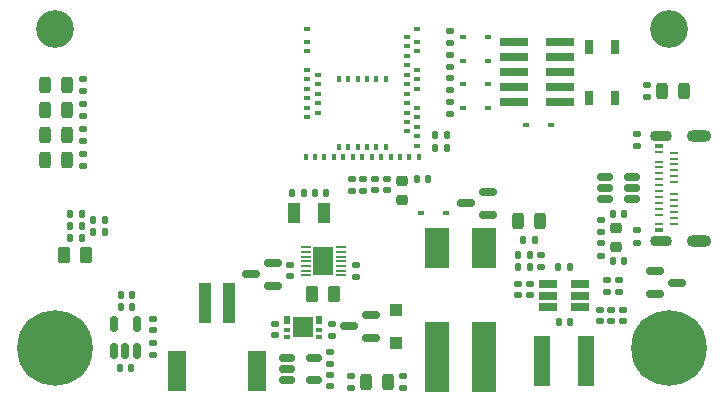
<source format=gbr>
%TF.GenerationSoftware,KiCad,Pcbnew,(6.0.9)*%
%TF.CreationDate,2022-12-01T07:32:15+10:00*%
%TF.ProjectId,NRF52Motherboard,4e524635-324d-46f7-9468-6572626f6172,rev?*%
%TF.SameCoordinates,Original*%
%TF.FileFunction,Soldermask,Top*%
%TF.FilePolarity,Negative*%
%FSLAX46Y46*%
G04 Gerber Fmt 4.6, Leading zero omitted, Abs format (unit mm)*
G04 Created by KiCad (PCBNEW (6.0.9)) date 2022-12-01 07:32:15*
%MOMM*%
%LPD*%
G01*
G04 APERTURE LIST*
G04 Aperture macros list*
%AMRoundRect*
0 Rectangle with rounded corners*
0 $1 Rounding radius*
0 $2 $3 $4 $5 $6 $7 $8 $9 X,Y pos of 4 corners*
0 Add a 4 corners polygon primitive as box body*
4,1,4,$2,$3,$4,$5,$6,$7,$8,$9,$2,$3,0*
0 Add four circle primitives for the rounded corners*
1,1,$1+$1,$2,$3*
1,1,$1+$1,$4,$5*
1,1,$1+$1,$6,$7*
1,1,$1+$1,$8,$9*
0 Add four rect primitives between the rounded corners*
20,1,$1+$1,$2,$3,$4,$5,0*
20,1,$1+$1,$4,$5,$6,$7,0*
20,1,$1+$1,$6,$7,$8,$9,0*
20,1,$1+$1,$8,$9,$2,$3,0*%
G04 Aperture macros list end*
%ADD10C,3.200000*%
%ADD11RoundRect,0.140000X0.170000X-0.140000X0.170000X0.140000X-0.170000X0.140000X-0.170000X-0.140000X0*%
%ADD12RoundRect,0.135000X0.185000X-0.135000X0.185000X0.135000X-0.185000X0.135000X-0.185000X-0.135000X0*%
%ADD13R,0.600000X0.450000*%
%ADD14RoundRect,0.250000X0.262500X0.450000X-0.262500X0.450000X-0.262500X-0.450000X0.262500X-0.450000X0*%
%ADD15RoundRect,0.135000X-0.185000X0.135000X-0.185000X-0.135000X0.185000X-0.135000X0.185000X0.135000X0*%
%ADD16RoundRect,0.140000X0.140000X0.170000X-0.140000X0.170000X-0.140000X-0.170000X0.140000X-0.170000X0*%
%ADD17C,6.400000*%
%ADD18C,0.800000*%
%ADD19RoundRect,0.050000X-0.337500X-0.050000X0.337500X-0.050000X0.337500X0.050000X-0.337500X0.050000X0*%
%ADD20R,1.780000X2.350000*%
%ADD21R,1.100000X1.100000*%
%ADD22RoundRect,0.140000X-0.140000X-0.170000X0.140000X-0.170000X0.140000X0.170000X-0.140000X0.170000X0*%
%ADD23RoundRect,0.243750X-0.243750X-0.456250X0.243750X-0.456250X0.243750X0.456250X-0.243750X0.456250X0*%
%ADD24R,1.560000X0.650000*%
%ADD25RoundRect,0.218750X-0.256250X0.218750X-0.256250X-0.218750X0.256250X-0.218750X0.256250X0.218750X0*%
%ADD26RoundRect,0.150000X0.150000X-0.512500X0.150000X0.512500X-0.150000X0.512500X-0.150000X-0.512500X0*%
%ADD27R,0.650000X1.200000*%
%ADD28RoundRect,0.150000X-0.512500X-0.150000X0.512500X-0.150000X0.512500X0.150000X-0.512500X0.150000X0*%
%ADD29R,0.600000X0.400000*%
%ADD30R,0.400000X0.600000*%
%ADD31RoundRect,0.135000X0.135000X0.185000X-0.135000X0.185000X-0.135000X-0.185000X0.135000X-0.185000X0*%
%ADD32RoundRect,0.150000X0.587500X0.150000X-0.587500X0.150000X-0.587500X-0.150000X0.587500X-0.150000X0*%
%ADD33R,1.400000X4.200000*%
%ADD34R,1.000000X3.500000*%
%ADD35R,1.500000X3.400000*%
%ADD36R,0.500000X0.750000*%
%ADD37R,0.500000X0.400000*%
%ADD38R,1.800000X1.800000*%
%ADD39R,2.000000X6.000000*%
%ADD40R,2.000000X3.500000*%
%ADD41R,0.750000X0.250000*%
%ADD42R,0.750000X0.300000*%
%ADD43O,2.050000X1.025000*%
%ADD44O,1.850000X0.925000*%
%ADD45RoundRect,0.243750X0.243750X0.456250X-0.243750X0.456250X-0.243750X-0.456250X0.243750X-0.456250X0*%
%ADD46R,2.400000X0.740000*%
%ADD47RoundRect,0.135000X-0.135000X-0.185000X0.135000X-0.185000X0.135000X0.185000X-0.135000X0.185000X0*%
%ADD48R,1.000000X1.800000*%
%ADD49RoundRect,0.150000X-0.587500X-0.150000X0.587500X-0.150000X0.587500X0.150000X-0.587500X0.150000X0*%
%ADD50RoundRect,0.140000X-0.170000X0.140000X-0.170000X-0.140000X0.170000X-0.140000X0.170000X0.140000X0*%
G04 APERTURE END LIST*
D10*
%TO.C,H3*%
X126000000Y-96200000D03*
%TD*%
%TO.C,H1*%
X74000000Y-96200000D03*
%TD*%
D11*
%TO.C,C26*%
X97312500Y-126480000D03*
X97312500Y-125520000D03*
%TD*%
D12*
%TO.C,R32*%
X103450000Y-126610000D03*
X103450000Y-125590000D03*
%TD*%
%TO.C,R24*%
X115100000Y-116410000D03*
X115100000Y-115390000D03*
%TD*%
D13*
%TO.C,D5*%
X110650000Y-100900000D03*
X108550000Y-100900000D03*
%TD*%
D14*
%TO.C,R7*%
X76612500Y-115350000D03*
X74787500Y-115350000D03*
%TD*%
D15*
%TO.C,R12*%
X76400000Y-106790000D03*
X76400000Y-107810000D03*
%TD*%
D16*
%TO.C,C15*%
X76250000Y-113900000D03*
X75290000Y-113900000D03*
%TD*%
D17*
%TO.C,H2*%
X74000000Y-123200000D03*
D18*
X74000000Y-125600000D03*
X76400000Y-123200000D03*
X72302944Y-124897056D03*
X71600000Y-123200000D03*
X75697056Y-124897056D03*
X74000000Y-120800000D03*
X72302944Y-121502944D03*
X75697056Y-121502944D03*
%TD*%
D19*
%TO.C,U2*%
X95212500Y-114700000D03*
X95212500Y-115100000D03*
X95212500Y-115500000D03*
X95212500Y-115900000D03*
X95212500Y-116300000D03*
X95212500Y-116700000D03*
X95212500Y-117100000D03*
X98187500Y-117100000D03*
X98187500Y-116700000D03*
X98187500Y-116300000D03*
X98187500Y-115900000D03*
X98187500Y-115500000D03*
X98187500Y-115100000D03*
X98187500Y-114700000D03*
D20*
X96700000Y-115900000D03*
%TD*%
D21*
%TO.C,D11*%
X102900000Y-120000000D03*
X102900000Y-122800000D03*
%TD*%
D22*
%TO.C,C23*%
X75290000Y-112900000D03*
X76250000Y-112900000D03*
%TD*%
D23*
%TO.C,D9*%
X73162500Y-103100000D03*
X75037500Y-103100000D03*
%TD*%
D22*
%TO.C,C14*%
X79470000Y-124937500D03*
X80430000Y-124937500D03*
%TD*%
D24*
%TO.C,U4*%
X118430000Y-119750000D03*
X118430000Y-118800000D03*
X118430000Y-117850000D03*
X115730000Y-117850000D03*
X115730000Y-118800000D03*
X115730000Y-119750000D03*
%TD*%
D11*
%TO.C,C3*%
X93900000Y-117180000D03*
X93900000Y-116220000D03*
%TD*%
D16*
%TO.C,C25*%
X76240000Y-111900000D03*
X75280000Y-111900000D03*
%TD*%
D23*
%TO.C,D13*%
X113162500Y-112500000D03*
X115037500Y-112500000D03*
%TD*%
%TO.C,D8*%
X73162500Y-107300000D03*
X75037500Y-107300000D03*
%TD*%
D22*
%TO.C,C12*%
X79570000Y-118737500D03*
X80530000Y-118737500D03*
%TD*%
D25*
%TO.C,L1*%
X121500000Y-113112500D03*
X121500000Y-114687500D03*
%TD*%
D18*
%TO.C,H4*%
X128400000Y-123200000D03*
X126000000Y-125600000D03*
X124302944Y-124897056D03*
X127697056Y-124897056D03*
X126000000Y-120800000D03*
X123600000Y-123200000D03*
X127697056Y-121502944D03*
X124302944Y-121502944D03*
D17*
X126000000Y-123200000D03*
%TD*%
D26*
%TO.C,U5*%
X79000000Y-123475000D03*
X79950000Y-123475000D03*
X80900000Y-123475000D03*
X80900000Y-121200000D03*
X79000000Y-121200000D03*
%TD*%
D27*
%TO.C,SW1*%
X121375000Y-102050000D03*
X121375000Y-97750000D03*
X119225000Y-97750000D03*
X119225000Y-102050000D03*
%TD*%
D15*
%TO.C,R6*%
X121700000Y-117490000D03*
X121700000Y-118510000D03*
%TD*%
D28*
%TO.C,U7*%
X120562500Y-108750000D03*
X120562500Y-109700000D03*
X120562500Y-110650000D03*
X122837500Y-110650000D03*
X122837500Y-109700000D03*
X122837500Y-108750000D03*
%TD*%
D15*
%TO.C,R11*%
X76400000Y-100490000D03*
X76400000Y-101510000D03*
%TD*%
D11*
%TO.C,C10*%
X120100000Y-120980000D03*
X120100000Y-120020000D03*
%TD*%
D25*
%TO.C,L3*%
X103400000Y-109112500D03*
X103400000Y-110687500D03*
%TD*%
D22*
%TO.C,C16*%
X77220000Y-113400000D03*
X78180000Y-113400000D03*
%TD*%
D29*
%TO.C,U6*%
X95350000Y-96200000D03*
X95350000Y-97300000D03*
X95350000Y-98100000D03*
X95350000Y-99700000D03*
X96250000Y-100100000D03*
X95350000Y-100500000D03*
X96250000Y-100900000D03*
X95350000Y-101300000D03*
X96250000Y-101700000D03*
X95350000Y-102100000D03*
X96250000Y-102500000D03*
X95350000Y-102900000D03*
X96250000Y-103300000D03*
X95350000Y-103700000D03*
D30*
X95200000Y-107100000D03*
X96000000Y-107100000D03*
X96800000Y-107100000D03*
X97600000Y-107100000D03*
X98000000Y-106200000D03*
X98400000Y-107100000D03*
X98800000Y-106200000D03*
X99200000Y-107100000D03*
X99600000Y-106200000D03*
X100000000Y-107100000D03*
X100400000Y-106200000D03*
X100800000Y-107100000D03*
X101200000Y-106200000D03*
X101600000Y-107100000D03*
X102000000Y-106200000D03*
X102400000Y-107100000D03*
X103200000Y-107100000D03*
X104000000Y-107100000D03*
X104800000Y-107100000D03*
D29*
X104650000Y-106100000D03*
X104650000Y-105300000D03*
X103750000Y-104900000D03*
X104650000Y-104500000D03*
X103750000Y-104100000D03*
X104650000Y-103700000D03*
X103750000Y-103300000D03*
X104650000Y-102900000D03*
X103750000Y-102500000D03*
X103750000Y-101700000D03*
X104650000Y-101300000D03*
X103750000Y-100900000D03*
X104650000Y-100500000D03*
X103750000Y-100100000D03*
X104650000Y-99700000D03*
X103750000Y-99300000D03*
X103750000Y-98500000D03*
X104650000Y-98100000D03*
X103750000Y-97700000D03*
X104650000Y-97300000D03*
X103750000Y-96900000D03*
X104650000Y-96200000D03*
D30*
X98000000Y-100500000D03*
X98800000Y-100500000D03*
X99600000Y-100500000D03*
X100400000Y-100500000D03*
X101200000Y-100500000D03*
X102000000Y-100500000D03*
%TD*%
D13*
%TO.C,D2*%
X115950000Y-104400000D03*
X113850000Y-104400000D03*
%TD*%
%TO.C,D6*%
X110650000Y-96900000D03*
X108550000Y-96900000D03*
%TD*%
D12*
%TO.C,R1*%
X97400000Y-122210000D03*
X97400000Y-121190000D03*
%TD*%
D15*
%TO.C,R25*%
X82250000Y-122827500D03*
X82250000Y-123847500D03*
%TD*%
D22*
%TO.C,C11*%
X79570000Y-119737500D03*
X80530000Y-119737500D03*
%TD*%
D23*
%TO.C,D10*%
X73162500Y-105200000D03*
X75037500Y-105200000D03*
%TD*%
D11*
%TO.C,C19*%
X101100000Y-109880000D03*
X101100000Y-108920000D03*
%TD*%
D13*
%TO.C,D4*%
X110650000Y-98900000D03*
X108550000Y-98900000D03*
%TD*%
D15*
%TO.C,R13*%
X120200000Y-114390000D03*
X120200000Y-115410000D03*
%TD*%
D22*
%TO.C,C18*%
X104620000Y-108912500D03*
X105580000Y-108912500D03*
%TD*%
D31*
%TO.C,R16*%
X107210000Y-105200000D03*
X106190000Y-105200000D03*
%TD*%
D15*
%TO.C,R10*%
X123300000Y-105090000D03*
X123300000Y-106110000D03*
%TD*%
%TO.C,R17*%
X120200000Y-112390000D03*
X120200000Y-113410000D03*
%TD*%
D11*
%TO.C,C13*%
X82250000Y-121717500D03*
X82250000Y-120757500D03*
%TD*%
%TO.C,C6*%
X114200000Y-118780000D03*
X114200000Y-117820000D03*
%TD*%
D32*
%TO.C,Q1*%
X110637500Y-111950000D03*
X110637500Y-110050000D03*
X108762500Y-111000000D03*
%TD*%
%TO.C,Q4*%
X92437500Y-117950000D03*
X92437500Y-116050000D03*
X90562500Y-117000000D03*
%TD*%
D12*
%TO.C,R8*%
X120700000Y-118510000D03*
X120700000Y-117490000D03*
%TD*%
D33*
%TO.C,L2*%
X115230000Y-124300000D03*
X118930000Y-124300000D03*
%TD*%
D13*
%TO.C,D1*%
X107100000Y-111800000D03*
X105000000Y-111800000D03*
%TD*%
D12*
%TO.C,R4*%
X97312500Y-124610000D03*
X97312500Y-123590000D03*
%TD*%
D14*
%TO.C,R2*%
X97612500Y-118690000D03*
X95787500Y-118690000D03*
%TD*%
D28*
%TO.C,U3*%
X93612500Y-124050000D03*
X93612500Y-125000000D03*
X93612500Y-125950000D03*
X95887500Y-125950000D03*
X95887500Y-124050000D03*
%TD*%
D31*
%TO.C,R5*%
X114210000Y-116400000D03*
X113190000Y-116400000D03*
%TD*%
D22*
%TO.C,C24*%
X77220000Y-112400000D03*
X78180000Y-112400000D03*
%TD*%
D15*
%TO.C,R29*%
X107400000Y-96390000D03*
X107400000Y-97410000D03*
%TD*%
D22*
%TO.C,C2*%
X121220000Y-115900000D03*
X122180000Y-115900000D03*
%TD*%
D15*
%TO.C,R20*%
X99100000Y-108890000D03*
X99100000Y-109910000D03*
%TD*%
%TO.C,R9*%
X123300000Y-113290000D03*
X123300000Y-114310000D03*
%TD*%
D23*
%TO.C,D16*%
X100312500Y-126100000D03*
X102187500Y-126100000D03*
%TD*%
D15*
%TO.C,R26*%
X107400000Y-102390000D03*
X107400000Y-103410000D03*
%TD*%
D11*
%TO.C,C7*%
X113200000Y-118780000D03*
X113200000Y-117820000D03*
%TD*%
D34*
%TO.C,J6*%
X86700000Y-119450000D03*
X88700000Y-119450000D03*
D35*
X84350000Y-125200000D03*
X91050000Y-125200000D03*
%TD*%
D22*
%TO.C,C21*%
X94070000Y-110100000D03*
X95030000Y-110100000D03*
%TD*%
D36*
%TO.C,U1*%
X93650000Y-120900000D03*
D37*
X93650000Y-121675000D03*
X93650000Y-122275000D03*
X96350000Y-122275000D03*
X96350000Y-121675000D03*
D36*
X96350000Y-120900000D03*
D38*
X95000000Y-121500000D03*
%TD*%
D15*
%TO.C,R27*%
X107400000Y-100390000D03*
X107400000Y-101410000D03*
%TD*%
D13*
%TO.C,D3*%
X110650000Y-102900000D03*
X108550000Y-102900000D03*
%TD*%
D12*
%TO.C,R30*%
X99050000Y-126610000D03*
X99050000Y-125590000D03*
%TD*%
D15*
%TO.C,R28*%
X107400000Y-98390000D03*
X107400000Y-99410000D03*
%TD*%
D16*
%TO.C,C8*%
X117580000Y-121000000D03*
X116620000Y-121000000D03*
%TD*%
D39*
%TO.C,J1*%
X106300000Y-124000000D03*
D40*
X106300000Y-114750000D03*
D39*
X110300000Y-124000000D03*
D40*
X110300000Y-114750000D03*
%TD*%
D11*
%TO.C,C4*%
X92600000Y-122180000D03*
X92600000Y-121220000D03*
%TD*%
D12*
%TO.C,R21*%
X124100000Y-102010000D03*
X124100000Y-100990000D03*
%TD*%
D31*
%TO.C,R3*%
X114210000Y-115400000D03*
X113190000Y-115400000D03*
%TD*%
D41*
%TO.C,J3*%
X125125000Y-112750000D03*
X125125000Y-111950000D03*
X125125000Y-111450000D03*
X125125000Y-110950000D03*
X125125000Y-110450000D03*
X125125000Y-109950000D03*
X125125000Y-109450000D03*
X125125000Y-108950000D03*
X125125000Y-108450000D03*
X125125000Y-107950000D03*
X125125000Y-107450000D03*
X125125000Y-106650000D03*
X126375000Y-106700000D03*
X126375000Y-107200000D03*
X126375000Y-107700000D03*
X126375000Y-108200000D03*
X126375000Y-108700000D03*
X126375000Y-109200000D03*
X126375000Y-110200000D03*
X126375000Y-110700000D03*
X126375000Y-111200000D03*
X126375000Y-111700000D03*
X126375000Y-112200000D03*
X126375000Y-112700000D03*
D42*
X125125000Y-113250000D03*
X125125000Y-106150000D03*
D43*
X128500000Y-114150000D03*
X128500000Y-105250000D03*
D44*
X125300000Y-114150000D03*
X125300000Y-105250000D03*
%TD*%
D11*
%TO.C,C9*%
X121100000Y-120980000D03*
X121100000Y-120020000D03*
%TD*%
D15*
%TO.C,R14*%
X76400000Y-102590000D03*
X76400000Y-103610000D03*
%TD*%
D45*
%TO.C,D12*%
X127237500Y-101500000D03*
X125362500Y-101500000D03*
%TD*%
D46*
%TO.C,J2*%
X116750000Y-102440000D03*
X112850000Y-102440000D03*
X116750000Y-101170000D03*
X112850000Y-101170000D03*
X116750000Y-99900000D03*
X112850000Y-99900000D03*
X116750000Y-98630000D03*
X112850000Y-98630000D03*
X116750000Y-97360000D03*
X112850000Y-97360000D03*
%TD*%
D16*
%TO.C,C22*%
X96930000Y-110100000D03*
X95970000Y-110100000D03*
%TD*%
D22*
%TO.C,C1*%
X121220000Y-111900000D03*
X122180000Y-111900000D03*
%TD*%
D47*
%TO.C,R22*%
X113590000Y-114100000D03*
X114610000Y-114100000D03*
%TD*%
D11*
%TO.C,C27*%
X122100000Y-120980000D03*
X122100000Y-120020000D03*
%TD*%
D47*
%TO.C,R23*%
X116590000Y-116400000D03*
X117610000Y-116400000D03*
%TD*%
D48*
%TO.C,Y1*%
X94250000Y-111775000D03*
X96750000Y-111775000D03*
%TD*%
D31*
%TO.C,R15*%
X107210000Y-106300000D03*
X106190000Y-106300000D03*
%TD*%
D49*
%TO.C,Q2*%
X124762500Y-116750000D03*
X124762500Y-118650000D03*
X126637500Y-117700000D03*
%TD*%
D50*
%TO.C,C5*%
X99500000Y-116240000D03*
X99500000Y-117200000D03*
%TD*%
D15*
%TO.C,R18*%
X76400000Y-104690000D03*
X76400000Y-105710000D03*
%TD*%
D11*
%TO.C,C20*%
X102100000Y-109880000D03*
X102100000Y-108920000D03*
%TD*%
D23*
%TO.C,D7*%
X73162500Y-101000000D03*
X75037500Y-101000000D03*
%TD*%
D32*
%TO.C,Q3*%
X100737500Y-122350000D03*
X100737500Y-120450000D03*
X98862500Y-121400000D03*
%TD*%
D15*
%TO.C,R19*%
X100100000Y-108890000D03*
X100100000Y-109910000D03*
%TD*%
M02*

</source>
